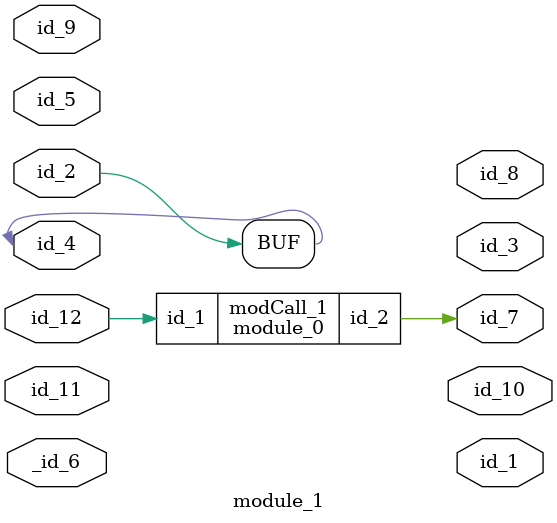
<source format=v>
module module_0 (
    id_1,
    id_2
);
  output wire id_2;
  input wire id_1;
  assign id_2 = 1 - id_1;
  wire id_3;
endmodule
module module_1 #(
    parameter id_6 = 32'd45
) (
    id_1,
    id_2,
    id_3,
    id_4,
    id_5,
    _id_6,
    id_7,
    id_8,
    id_9,
    id_10,
    id_11,
    id_12
);
  inout wire id_12;
  input wire id_11;
  output wire id_10;
  module_0 modCall_1 (
      id_12,
      id_7
  );
  inout wire id_9;
  output wire id_8;
  output wire id_7;
  input wire _id_6;
  inout wire id_5;
  inout wire id_4;
  output wire id_3;
  inout wire id_2;
  output wire id_1;
  wire [-1  ^  1 : id_6] id_13;
  wire [-1 : -1] id_14;
  assign id_2 = id_4;
  parameter id_15 = 1'b0;
endmodule

</source>
